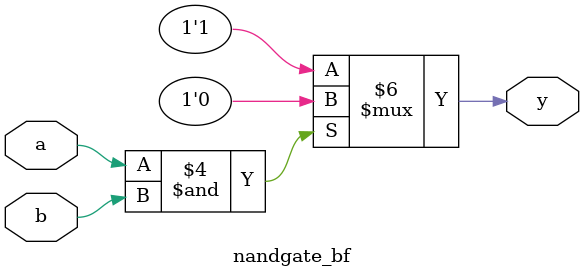
<source format=v>
`timescale 1ns / 1ps


module nandgate_bf(y,a,b); 
output y; 
input a,b; 
reg y; 
always@(a,b) 
begin 
if(a==1'b1 & b==1'b1) 
y=0; 
else 
y=1; 
end 
endmodule 
</source>
